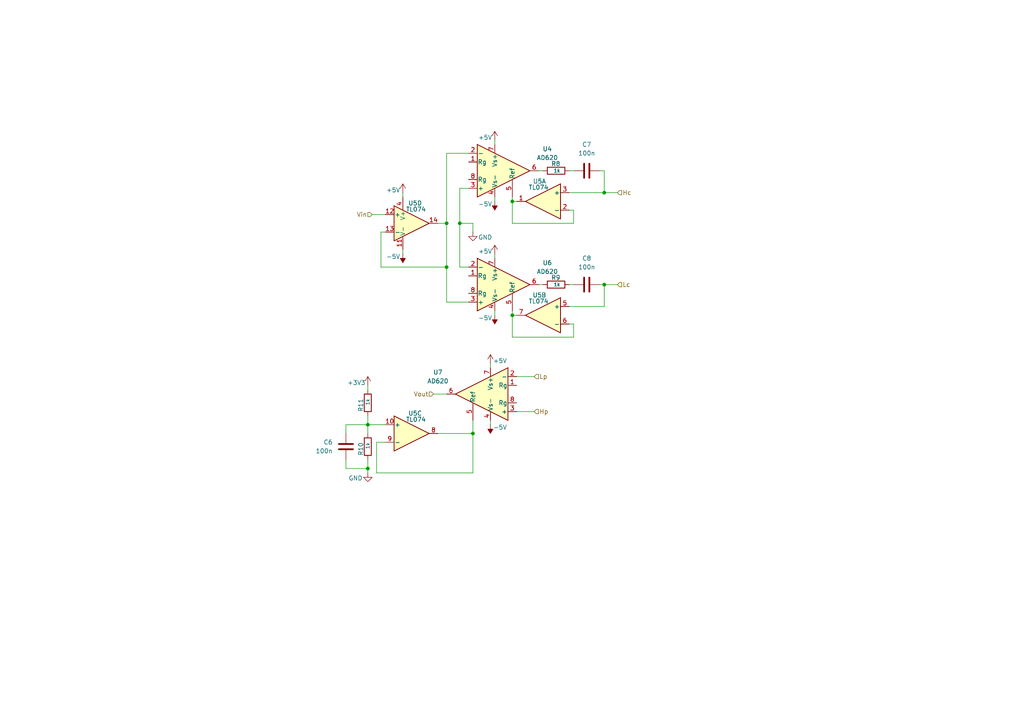
<source format=kicad_sch>
(kicad_sch (version 20231120) (generator "eeschema") (generator_version "8.0")
  (paper "A4")
  (lib_symbols
    (symbol "Amplifier_Instrumentation:AD620" (pin_names (offset 0.127))
      (property "Reference" "U" (at 3.81 7.62 0))
      (property "Value" "AD620" (at 5.08 5.08 0))
      (symbol "AD620_0_1"
        (polyline (pts (xy -7.62 7.62) (xy -7.62 -7.62) (xy 7.62 0) (xy -7.62 7.62)) (stroke (width 0.254)) (fill (type background)))
      )
      (symbol "AD620_1_1"
        (pin passive line (at -10.16 2.54 0) (length 2.54) (name "Rg") (number "1"))
        (pin input line (at -10.16 5.08 0) (length 2.54) (name "-") (number "2"))
        (pin input line (at -10.16 -5.08 0) (length 2.54) (name "+") (number "3"))
        (pin power_in line (at -2.54 -7.62 90) (length 2.54) (name "Vs-") (number "4"))
        (pin passive line (at 2.54 -7.62 90) (length 5.08) (name "Ref") (number "5"))
        (pin output line (at 10.16 0 180) (length 2.54) (name "~") (number "6"))
        (pin power_in line (at -2.54 7.62 270) (length 2.54) (name "Vs+") (number "7"))
        (pin passive line (at -10.16 -2.54 0) (length 2.54) (name "Rg") (number "8"))
      )
    )
    (symbol "Amplifier_Operational:TL074" (pin_names (offset 0.127))
      (property "Reference" "U" (at 0 5.08 0))
      (property "Value" "TL074" (at 0 -5.08 0))
      (symbol "TL074_1_1"
        (polyline (pts (xy -5.08 5.08) (xy 5.08 0) (xy -5.08 -5.08) (xy -5.08 5.08)) (stroke (width 0.254)) (fill (type background)))
        (pin output line (at 7.62 0 180) (length 2.54) (name "~") (number "1"))
        (pin input line (at -7.62 -2.54 0) (length 2.54) (name "-") (number "2"))
        (pin input line (at -7.62 2.54 0) (length 2.54) (name "+") (number "3"))
      )
      (symbol "TL074_2_1"
        (polyline (pts (xy -5.08 5.08) (xy 5.08 0) (xy -5.08 -5.08) (xy -5.08 5.08)) (stroke (width 0.254)) (fill (type background)))
        (pin input line (at -7.62 2.54 0) (length 2.54) (name "+") (number "5"))
        (pin input line (at -7.62 -2.54 0) (length 2.54) (name "-") (number "6"))
        (pin output line (at 7.62 0 180) (length 2.54) (name "~") (number "7"))
      )
      (symbol "TL074_3_1"
        (polyline (pts (xy -5.08 5.08) (xy 5.08 0) (xy -5.08 -5.08) (xy -5.08 5.08)) (stroke (width 0.254)) (fill (type background)))
        (pin input line (at -7.62 2.54 0) (length 2.54) (name "+") (number "10"))
        (pin output line (at 7.62 0 180) (length 2.54) (name "~") (number "8"))
        (pin input line (at -7.62 -2.54 0) (length 2.54) (name "-") (number "9"))
      )
      (symbol "TL074_4_1"
        (polyline (pts (xy -5.08 5.08) (xy 5.08 0) (xy -5.08 -5.08) (xy -5.08 5.08)) (stroke (width 0.254)) (fill (type background)))
        (pin input line (at -7.62 2.54 0) (length 2.54) (name "+") (number "12"))
        (pin input line (at -7.62 -2.54 0) (length 2.54) (name "-") (number "13"))
        (pin output line (at 7.62 0 180) (length 2.54) (name "~") (number "14"))
      )
      (symbol "TL074_5_1"
        (pin power_in line (at -2.54 -7.62 90) (length 3.81) (name "V-") (number "11"))
        (pin power_in line (at -2.54 7.62 270) (length 3.81) (name "V+") (number "4"))
      )
    )
    (symbol "Device:C" (pin_numbers hide) (pin_names (offset 0.254))
      (property "Reference" "C" (at 0.635 2.54 0))
      (property "Value" "C" (at 0.635 -2.54 0))
      (symbol "C_0_1"
        (polyline (pts (xy -2.032 -0.762) (xy 2.032 -0.762)) (stroke (width 0.508)))
        (polyline (pts (xy -2.032 0.762) (xy 2.032 0.762)) (stroke (width 0.508)))
      )
      (symbol "C_1_1"
        (pin passive line (at 0 3.81 270) (length 2.794) (name "~") (number "1"))
        (pin passive line (at 0 -3.81 90) (length 2.794) (name "~") (number "2"))
      )
    )
    (symbol "Device:R" (pin_numbers hide) (pin_names (offset 0))
      (property "Reference" "R" (at 2.032 0 90))
      (property "Value" "R" (at 0 0 90))
      (symbol "R_0_1"
        (rectangle (start -1.016 -2.54) (end 1.016 2.54) (stroke (width 0.254)))
      )
      (symbol "R_1_1"
        (pin passive line (at 0 3.81 270) (length 1.27) (name "~") (number "1"))
        (pin passive line (at 0 -3.81 90) (length 1.27) (name "~") (number "2"))
      )
    )
    (symbol "power:+3V3" (power) (pin_numbers hide) (pin_names (offset 0) hide)
      (property "Value" "+3V3" (at 0 3.556 0))
      (symbol "+3V3_0_1"
        (polyline (pts (xy -0.762 1.27) (xy 0 2.54)))
        (polyline (pts (xy 0 0) (xy 0 2.54)))
        (polyline (pts (xy 0 2.54) (xy 0.762 1.27)))
      )
      (symbol "+3V3_1_1"
        (pin power_in line (at 0 0 90) (length 0) (name "~") (number "1"))
      )
    )
    (symbol "power:+5V" (power) (pin_numbers hide) (pin_names (offset 0) hide)
      (property "Value" "+5V" (at 0 3.556 0))
      (symbol "+5V_0_1"
        (polyline (pts (xy -0.762 1.27) (xy 0 2.54)))
        (polyline (pts (xy 0 0) (xy 0 2.54)))
        (polyline (pts (xy 0 2.54) (xy 0.762 1.27)))
      )
      (symbol "+5V_1_1"
        (pin power_in line (at 0 0 90) (length 0) (name "~") (number "1"))
      )
    )
    (symbol "power:-5V" (power) (pin_numbers hide) (pin_names (offset 0) hide)
      (property "Value" "-5V" (at 0 3.556 0))
      (symbol "-5V_0_0"
        (pin power_in line (at 0 0 90) (length 0) (name "~") (number "1"))
      )
      (symbol "-5V_0_1"
        (polyline (pts (xy 0 0) (xy 0 1.27) (xy 0.762 1.27) (xy 0 2.54) (xy -0.762 1.27) (xy 0 1.27)) (fill (type outline)))
      )
    )
    (symbol "power:GND" (power) (pin_numbers hide) (pin_names (offset 0) hide)
      (property "Value" "GND" (at 0 -3.81 0))
      (symbol "GND_0_1"
        (polyline (pts (xy 0 0) (xy 0 -1.27) (xy 1.27 -1.27) (xy 0 -2.54) (xy -1.27 -1.27) (xy 0 -1.27)))
      )
      (symbol "GND_1_1"
        (pin power_in line (at 0 0 270) (length 0) (name "~") (number "1"))
      )
    )
  )
  (junction (at 106.68 135.89))
  (junction (at 129.54 64.77))
  (junction (at 148.59 58.42))
  (junction (at 137.16 125.73))
  (junction (at 148.59 91.44))
  (junction (at 175.26 55.88))
  (junction (at 106.68 123.19))
  (junction (at 133.35 64.77))
  (junction (at 129.54 77.47))
  (junction (at 175.26 82.55))
  (wire (pts (xy 133.35 64.77) (xy 133.35 77.47)))
  (wire (pts (xy 129.54 44.45) (xy 135.89 44.45)))
  (wire (pts (xy 142.24 105.41) (xy 142.24 106.68)))
  (wire (pts (xy 137.16 67.31) (xy 137.16 64.77)))
  (wire (pts (xy 100.33 135.89) (xy 106.68 135.89)))
  (wire (pts (xy 143.51 91.44) (xy 143.51 90.17)))
  (wire (pts (xy 100.33 125.73) (xy 100.33 123.19)))
  (wire (pts (xy 135.89 77.47) (xy 133.35 77.47)))
  (wire (pts (xy 143.51 73.66) (xy 143.51 74.93)))
  (wire (pts (xy 100.33 133.35) (xy 100.33 135.89)))
  (wire (pts (xy 166.37 64.77) (xy 166.37 60.96)))
  (wire (pts (xy 135.89 87.63) (xy 129.54 87.63)))
  (wire (pts (xy 149.86 119.38) (xy 154.94 119.38)))
  (wire (pts (xy 129.54 77.47) (xy 129.54 87.63)))
  (wire (pts (xy 127 125.73) (xy 137.16 125.73)))
  (wire (pts (xy 165.1 55.88) (xy 175.26 55.88)))
  (wire (pts (xy 175.26 82.55) (xy 173.99 82.55)))
  (wire (pts (xy 166.37 97.79) (xy 166.37 93.98)))
  (wire (pts (xy 100.33 123.19) (xy 106.68 123.19)))
  (wire (pts (xy 143.51 57.15) (xy 143.51 58.42)))
  (wire (pts (xy 109.22 137.16) (xy 137.16 137.16)))
  (wire (pts (xy 175.26 55.88) (xy 179.07 55.88)))
  (wire (pts (xy 137.16 137.16) (xy 137.16 125.73)))
  (wire (pts (xy 116.84 72.39) (xy 116.84 73.66)))
  (wire (pts (xy 111.76 128.27) (xy 109.22 128.27)))
  (wire (pts (xy 110.49 67.31) (xy 110.49 77.47)))
  (wire (pts (xy 148.59 64.77) (xy 166.37 64.77)))
  (wire (pts (xy 116.84 55.88) (xy 116.84 57.15)))
  (wire (pts (xy 106.68 123.19) (xy 111.76 123.19)))
  (wire (pts (xy 106.68 123.19) (xy 106.68 125.73)))
  (wire (pts (xy 106.68 133.35) (xy 106.68 135.89)))
  (wire (pts (xy 107.95 62.23) (xy 111.76 62.23)))
  (wire (pts (xy 165.1 49.53) (xy 166.37 49.53)))
  (wire (pts (xy 106.68 135.89) (xy 106.68 137.16)))
  (wire (pts (xy 165.1 88.9) (xy 175.26 88.9)))
  (wire (pts (xy 142.24 123.19) (xy 142.24 121.92)))
  (wire (pts (xy 148.59 57.15) (xy 148.59 58.42)))
  (wire (pts (xy 111.76 67.31) (xy 110.49 67.31)))
  (wire (pts (xy 148.59 58.42) (xy 149.86 58.42)))
  (wire (pts (xy 156.21 82.55) (xy 157.48 82.55)))
  (wire (pts (xy 175.26 55.88) (xy 175.26 49.53)))
  (wire (pts (xy 175.26 49.53) (xy 173.99 49.53)))
  (wire (pts (xy 109.22 128.27) (xy 109.22 137.16)))
  (wire (pts (xy 106.68 120.65) (xy 106.68 123.19)))
  (wire (pts (xy 110.49 77.47) (xy 129.54 77.47)))
  (wire (pts (xy 133.35 64.77) (xy 137.16 64.77)))
  (wire (pts (xy 127 64.77) (xy 129.54 64.77)))
  (wire (pts (xy 148.59 58.42) (xy 148.59 64.77)))
  (wire (pts (xy 149.86 109.22) (xy 154.94 109.22)))
  (wire (pts (xy 106.68 111.76) (xy 106.68 113.03)))
  (wire (pts (xy 133.35 54.61) (xy 135.89 54.61)))
  (wire (pts (xy 148.59 90.17) (xy 148.59 91.44)))
  (wire (pts (xy 129.54 64.77) (xy 129.54 44.45)))
  (wire (pts (xy 148.59 97.79) (xy 166.37 97.79)))
  (wire (pts (xy 156.21 49.53) (xy 157.48 49.53)))
  (wire (pts (xy 129.54 64.77) (xy 129.54 77.47)))
  (wire (pts (xy 143.51 40.64) (xy 143.51 41.91)))
  (wire (pts (xy 148.59 91.44) (xy 148.59 97.79)))
  (wire (pts (xy 175.26 88.9) (xy 175.26 82.55)))
  (wire (pts (xy 175.26 82.55) (xy 179.07 82.55)))
  (wire (pts (xy 166.37 82.55) (xy 165.1 82.55)))
  (wire (pts (xy 125.73 114.3) (xy 129.54 114.3)))
  (wire (pts (xy 166.37 60.96) (xy 165.1 60.96)))
  (wire (pts (xy 133.35 54.61) (xy 133.35 64.77)))
  (wire (pts (xy 149.86 91.44) (xy 148.59 91.44)))
  (wire (pts (xy 137.16 125.73) (xy 137.16 121.92)))
  (wire (pts (xy 166.37 93.98) (xy 165.1 93.98)))
  (hierarchical_label "Lc" (shape input) (at 179.07 82.55 0))
  (hierarchical_label "Lp" (shape input) (at 154.94 109.22 0))
  (hierarchical_label "Hc" (shape input) (at 179.07 55.88 0))
  (hierarchical_label "Hp" (shape input) (at 154.94 119.38 0))
  (hierarchical_label "Vout" (shape input) (at 125.73 114.3 180))
  (hierarchical_label "Vin" (shape input) (at 107.95 62.23 180))
  (symbol (lib_id "Amplifier_Instrumentation:AD620") (at 146.05 49.53 0) (unit 1)
    (property "Reference" "U4" (at 158.75 43.2114 0))
    (property "Value" "AD620" (at 158.75 45.7514 0))
    (property "Datasheet" "https://www.analog.com/media/en/technical-documentation/data-sheets/AD620.pdf" (effects (hide yes)))
    (property "Description" "Low Cost, Low Power, Instrumentation Amplifier, DIP-8/SOIC-8" (effects (hide yes)))
  )
  (symbol (lib_id "Amplifier_Operational:TL074") (at 157.48 58.42 0) (mirror y) (unit 1)
    (property "Reference" "U5" (at 156.464 52.578 0))
    (property "Value" "TL074" (at 156.21 54.356 0))
    (property "Datasheet" "http://www.ti.com/lit/ds/symlink/tl071.pdf" (effects (hide yes)))
    (property "Description" "Quad Low-Noise JFET-Input Operational Amplifiers, DIP-14/SOIC-14" (effects (hide yes)))
  )
  (symbol (lib_id "Amplifier_Operational:TL074") (at 119.38 64.77 0) (unit 5)
    (property "Reference" "U5" (effects (hide yes)))
    (property "Value" "TL074" (effects (hide yes)))
    (property "Datasheet" "http://www.ti.com/lit/ds/symlink/tl071.pdf" (effects (hide yes)))
    (property "Description" "Quad Low-Noise JFET-Input Operational Amplifiers, DIP-14/SOIC-14" (effects (hide yes)))
  )
  (symbol (lib_id "Device:R") (at 161.29 82.55 90) (unit 1)
    (property "Reference" "R9" (at 162.56 80.518 90) (effects (justify left)))
    (property "Value" "1k" (at 161.544 82.55 90) (effects (font (size 1.016 1.016))))
    (property "Description" "Resistor" (effects (hide yes)))
  )
  (symbol (lib_id "power:+3V3") (at 106.68 111.76 0) (mirror y) (unit 1)
    (property "Reference" "#PWR028" (effects (hide yes)))
    (property "Value" "+3V3" (at 103.378 110.998 0))
    (property "Description" "Power symbol creates a global label with name \"+3V3\"" (effects (hide yes)))
  )
  (symbol (lib_id "Device:C") (at 170.18 49.53 90) (unit 1)
    (property "Reference" "C7" (at 170.18 41.91 90))
    (property "Value" "100n" (at 170.18 44.45 90))
    (property "Description" "Unpolarized capacitor" (effects (hide yes)))
  )
  (symbol (lib_id "power:+5V") (at 143.51 40.64 0) (mirror y) (unit 1)
    (property "Reference" "#PWR021" (effects (hide yes)))
    (property "Value" "+5V" (at 140.716 39.878 0))
    (property "Description" "Power symbol creates a global label with name \"+5V\"" (effects (hide yes)))
  )
  (symbol (lib_id "Device:C") (at 100.33 129.54 0) (mirror y) (unit 1)
    (property "Reference" "C6" (at 96.52 128.2699 0) (effects (justify left)))
    (property "Value" "100n" (at 96.52 130.8099 0) (effects (justify left)))
    (property "Description" "Unpolarized capacitor" (effects (hide yes)))
  )
  (symbol (lib_id "power:-5V") (at 116.84 73.66 180) (unit 1)
    (property "Reference" "#PWR019" (effects (hide yes)))
    (property "Value" "-5V" (at 114.046 74.422 0))
    (property "Description" "Power symbol creates a global label with name \"-5V\"" (effects (hide yes)))
  )
  (symbol (lib_id "power:+5V") (at 116.84 55.88 0) (mirror y) (unit 1)
    (property "Reference" "#PWR020" (effects (hide yes)))
    (property "Value" "+5V" (at 114.046 55.118 0))
    (property "Description" "Power symbol creates a global label with name \"+5V\"" (effects (hide yes)))
  )
  (symbol (lib_id "power:-5V") (at 143.51 91.44 180) (unit 1)
    (property "Reference" "#PWR024" (effects (hide yes)))
    (property "Value" "-5V" (at 140.716 92.202 0))
    (property "Description" "Power symbol creates a global label with name \"-5V\"" (effects (hide yes)))
  )
  (symbol (lib_id "power:GND") (at 106.68 137.16 0) (mirror y) (unit 1)
    (property "Reference" "#PWR029" (effects (hide yes)))
    (property "Value" "GND" (at 103.124 138.684 0))
    (property "Description" "Power symbol creates a global label with name \"GND\" , ground" (effects (hide yes)))
  )
  (symbol (lib_id "Device:R") (at 161.29 49.53 90) (unit 1)
    (property "Reference" "R8" (at 162.56 47.498 90) (effects (justify left)))
    (property "Value" "1k" (at 161.544 49.53 90) (effects (font (size 1.016 1.016))))
    (property "Description" "Resistor" (effects (hide yes)))
  )
  (symbol (lib_id "Amplifier_Instrumentation:AD620") (at 146.05 82.55 0) (unit 1)
    (property "Reference" "U6" (at 158.75 76.2314 0))
    (property "Value" "AD620" (at 158.75 78.7714 0))
    (property "Datasheet" "https://www.analog.com/media/en/technical-documentation/data-sheets/AD620.pdf" (effects (hide yes)))
    (property "Description" "Low Cost, Low Power, Instrumentation Amplifier, DIP-8/SOIC-8" (effects (hide yes)))
  )
  (symbol (lib_id "Device:R") (at 106.68 129.54 180) (unit 1)
    (property "Reference" "R10" (at 104.648 128.27 90) (effects (justify left)))
    (property "Value" "1k" (at 106.68 129.286 90) (effects (font (size 1.016 1.016))))
    (property "Description" "Resistor" (effects (hide yes)))
  )
  (symbol (lib_id "Amplifier_Operational:TL074") (at 119.38 125.73 0) (unit 3)
    (property "Reference" "U5" (at 120.396 119.888 0))
    (property "Value" "TL074" (at 120.65 121.666 0))
    (property "Datasheet" "http://www.ti.com/lit/ds/symlink/tl071.pdf" (effects (hide yes)))
    (property "Description" "Quad Low-Noise JFET-Input Operational Amplifiers, DIP-14/SOIC-14" (effects (hide yes)))
  )
  (symbol (lib_id "power:GND") (at 137.16 67.31 0) (unit 1)
    (property "Reference" "#PWR025" (effects (hide yes)))
    (property "Value" "GND" (at 140.716 68.834 0))
    (property "Description" "Power symbol creates a global label with name \"GND\" , ground" (effects (hide yes)))
  )
  (symbol (lib_id "Amplifier_Operational:TL074") (at 119.38 64.77 0) (unit 4)
    (property "Reference" "U5" (at 120.396 58.928 0))
    (property "Value" "TL074" (at 120.65 60.706 0))
    (property "Datasheet" "http://www.ti.com/lit/ds/symlink/tl071.pdf" (effects (hide yes)))
    (property "Description" "Quad Low-Noise JFET-Input Operational Amplifiers, DIP-14/SOIC-14" (effects (hide yes)))
  )
  (symbol (lib_id "Device:C") (at 170.18 82.55 90) (unit 1)
    (property "Reference" "C8" (at 170.18 74.93 90))
    (property "Value" "100n" (at 170.18 77.47 90))
    (property "Description" "Unpolarized capacitor" (effects (hide yes)))
  )
  (symbol (lib_id "power:+5V") (at 143.51 73.66 0) (mirror y) (unit 1)
    (property "Reference" "#PWR023" (effects (hide yes)))
    (property "Value" "+5V" (at 140.716 72.898 0))
    (property "Description" "Power symbol creates a global label with name \"+5V\"" (effects (hide yes)))
  )
  (symbol (lib_id "Amplifier_Operational:TL074") (at 157.48 91.44 0) (mirror y) (unit 2)
    (property "Reference" "U5" (at 156.464 85.598 0))
    (property "Value" "TL074" (at 156.21 87.376 0))
    (property "Datasheet" "http://www.ti.com/lit/ds/symlink/tl071.pdf" (effects (hide yes)))
    (property "Description" "Quad Low-Noise JFET-Input Operational Amplifiers, DIP-14/SOIC-14" (effects (hide yes)))
  )
  (symbol (lib_id "power:-5V") (at 143.51 58.42 180) (unit 1)
    (property "Reference" "#PWR022" (effects (hide yes)))
    (property "Value" "-5V" (at 140.716 59.182 0))
    (property "Description" "Power symbol creates a global label with name \"-5V\"" (effects (hide yes)))
  )
  (symbol (lib_id "power:+5V") (at 142.24 105.41 0) (unit 1)
    (property "Reference" "#PWR026" (effects (hide yes)))
    (property "Value" "+5V" (at 145.034 104.648 0))
    (property "Description" "Power symbol creates a global label with name \"+5V\"" (effects (hide yes)))
  )
  (symbol (lib_id "Amplifier_Instrumentation:AD620") (at 139.7 114.3 0) (mirror y) (unit 1)
    (property "Reference" "U7" (at 127 107.9814 0))
    (property "Value" "AD620" (at 127 110.5214 0))
    (property "Datasheet" "https://www.analog.com/media/en/technical-documentation/data-sheets/AD620.pdf" (effects (hide yes)))
    (property "Description" "Low Cost, Low Power, Instrumentation Amplifier, DIP-8/SOIC-8" (effects (hide yes)))
  )
  (symbol (lib_id "power:-5V") (at 142.24 123.19 0) (mirror x) (unit 1)
    (property "Reference" "#PWR027" (effects (hide yes)))
    (property "Value" "-5V" (at 145.034 123.952 0))
    (property "Description" "Power symbol creates a global label with name \"-5V\"" (effects (hide yes)))
  )
  (symbol (lib_id "Device:R") (at 106.68 116.84 180) (unit 1)
    (property "Reference" "R11" (at 104.648 115.57 90) (effects (justify left)))
    (property "Value" "1k" (at 106.68 116.586 90) (effects (font (size 1.016 1.016))))
    (property "Description" "Resistor" (effects (hide yes)))
  )
)
</source>
